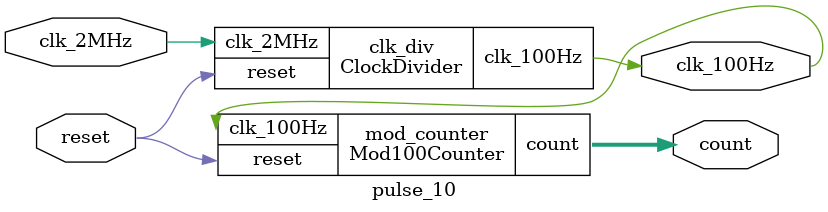
<source format=v>
`timescale 1ns / 1ps


module ClockDivider(
    input wire clk_2MHz,
    input wire reset,
    output reg clk_100Hz
);
    reg [16:0] counter;

    always @(posedge clk_2MHz or posedge reset) begin
        if (reset) begin
            counter <= 0;
            clk_100Hz <= 0;
        end else begin
            if (counter == 19999) begin
                counter <= 0;
                clk_100Hz <= ~clk_100Hz;  // Toggle the clock output every 10,000 cycles
            end else begin
                counter <= counter + 1;
            end
        end
    end
endmodule

module Mod100Counter(
    input wire clk_100Hz,
    input wire reset,
    output reg [6:0] count
);
    always @(posedge clk_100Hz or posedge reset) begin
        if (reset) begin
            count <= 0;
        end else begin
            if (count == 99) begin
                count <= 0;
            end else begin
                count <= count + 1;
            end
        end
    end
endmodule

module pulse_10(
    input wire clk_2MHz,
    input wire reset,
    output wire clk_100Hz,
    output wire [6:0] count
);
    ClockDivider clk_div(
        .clk_2MHz(clk_2MHz),
        .reset(reset),
        .clk_100Hz(clk_100Hz)
    );

    Mod100Counter mod_counter(
        .clk_100Hz(clk_100Hz),
        .reset(reset),
        .count(count)
    );
endmodule


</source>
